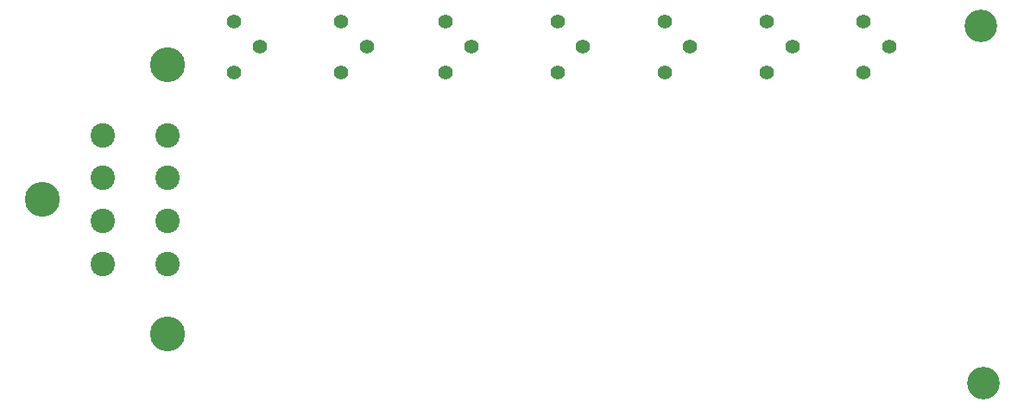
<source format=gbr>
%TF.GenerationSoftware,KiCad,Pcbnew,9.0.0*%
%TF.CreationDate,2025-04-11T21:44:16-07:00*%
%TF.ProjectId,BSPD,42535044-2e6b-4696-9361-645f70636258,rev?*%
%TF.SameCoordinates,Original*%
%TF.FileFunction,Soldermask,Bot*%
%TF.FilePolarity,Negative*%
%FSLAX46Y46*%
G04 Gerber Fmt 4.6, Leading zero omitted, Abs format (unit mm)*
G04 Created by KiCad (PCBNEW 9.0.0) date 2025-04-11 21:44:16*
%MOMM*%
%LPD*%
G01*
G04 APERTURE LIST*
%ADD10C,3.430000*%
%ADD11C,2.400000*%
%ADD12C,1.400000*%
%ADD13C,3.200000*%
G04 APERTURE END LIST*
D10*
%TO.C,J1*%
X55000000Y-123210000D03*
X42650000Y-110000000D03*
X55000000Y-96790000D03*
D11*
X55000000Y-116300000D03*
X55000000Y-112100000D03*
X55000000Y-107900000D03*
X55000000Y-103700000D03*
X48650000Y-103700000D03*
X48650000Y-107900000D03*
X48650000Y-112100000D03*
X48650000Y-116300000D03*
%TD*%
D12*
%TO.C,VR\u002A\u002A*%
X113730000Y-92500000D03*
X116230000Y-95000000D03*
X113730000Y-97500000D03*
%TD*%
%TO.C,VR\u002A\u002A*%
X103730000Y-92500000D03*
X106230000Y-95000000D03*
X103730000Y-97500000D03*
%TD*%
D13*
%TO.C,H2*%
X135000000Y-128000000D03*
%TD*%
D12*
%TO.C,VR\u002A\u002A*%
X72000000Y-92500000D03*
X74500000Y-95000000D03*
X72000000Y-97500000D03*
%TD*%
D13*
%TO.C,H1*%
X134750000Y-93000000D03*
%TD*%
D12*
%TO.C,VR\u002A\u002A*%
X93230000Y-92500000D03*
X95730000Y-95000000D03*
X93230000Y-97500000D03*
%TD*%
%TO.C,VR\u002A\u002A*%
X61500000Y-92500000D03*
X64000000Y-95000000D03*
X61500000Y-97500000D03*
%TD*%
%TO.C,VR\u002A\u002A*%
X123230000Y-92500000D03*
X125730000Y-95000000D03*
X123230000Y-97500000D03*
%TD*%
%TO.C,VR\u002A\u002A*%
X82230000Y-92500000D03*
X84730000Y-95000000D03*
X82230000Y-97500000D03*
%TD*%
M02*

</source>
